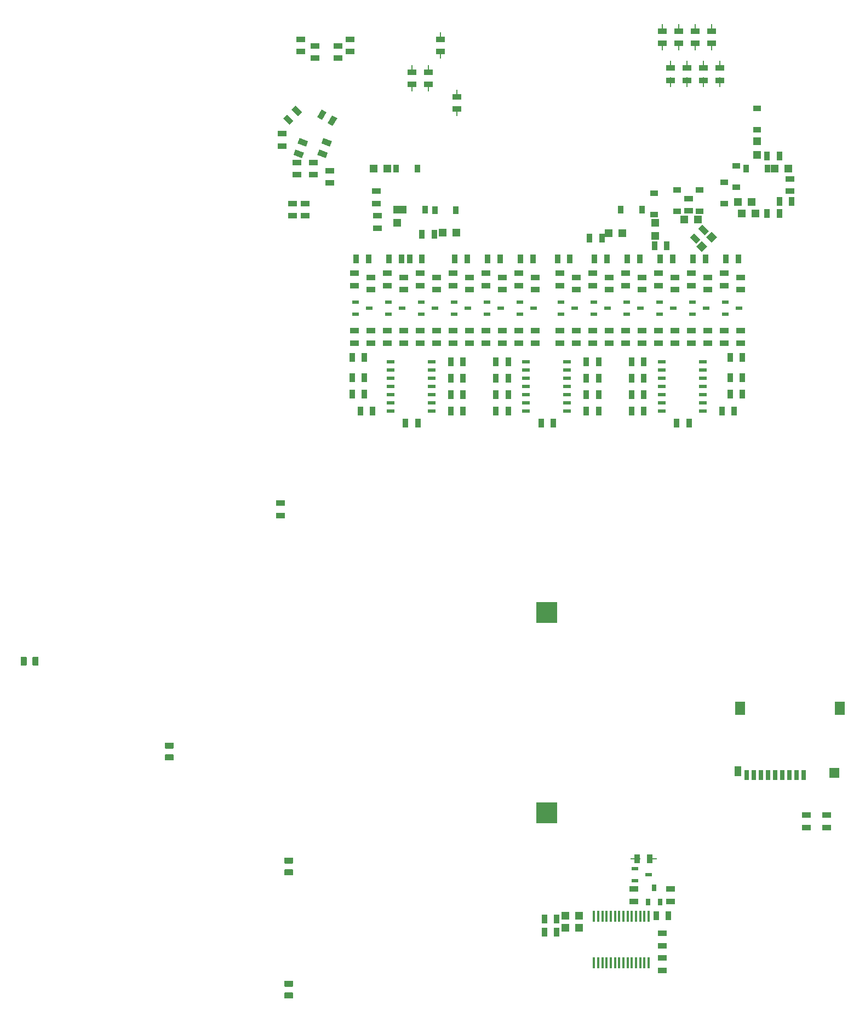
<source format=gbp>
G04 (created by PCBNEW (2013-07-07 BZR 4022)-stable) date 03/11/2014 14:59:00*
%MOIN*%
G04 Gerber Fmt 3.4, Leading zero omitted, Abs format*
%FSLAX34Y34*%
G01*
G70*
G90*
G04 APERTURE LIST*
%ADD10C,0.00393701*%
%ADD11R,0.055X0.035*%
%ADD12R,0.129528X0.129528*%
%ADD13R,0.0394X0.0236*%
%ADD14R,0.035X0.055*%
%ADD15R,0.045X0.02*%
%ADD16R,0.016X0.065*%
%ADD17R,0.03X0.06*%
%ADD18R,0.04X0.06*%
%ADD19R,0.06X0.08*%
%ADD20R,0.06X0.06*%
%ADD21R,0.045X0.025*%
%ADD22R,0.025X0.045*%
%ADD23R,0.0315X0.0394*%
%ADD24R,0.0472X0.0472*%
%ADD25R,0.06X0.008*%
%ADD26R,0.008X0.06*%
%ADD27R,0.038X0.05*%
%ADD28R,0.05X0.038*%
G04 APERTURE END LIST*
G54D10*
G54D11*
X68500Y-45875D03*
X68500Y-46625D03*
G54D12*
X84700Y-52537D03*
X84700Y-64730D03*
G54D11*
X69250Y-27625D03*
X69250Y-28375D03*
G54D10*
G36*
X69679Y-23639D02*
X70196Y-23827D01*
X70076Y-24156D01*
X69559Y-23968D01*
X69679Y-23639D01*
X69679Y-23639D01*
G37*
G36*
X69423Y-24343D02*
X69940Y-24531D01*
X69820Y-24860D01*
X69303Y-24672D01*
X69423Y-24343D01*
X69423Y-24343D01*
G37*
G36*
X69444Y-21666D02*
X69833Y-22055D01*
X69585Y-22303D01*
X69196Y-21914D01*
X69444Y-21666D01*
X69444Y-21666D01*
G37*
G36*
X68914Y-22196D02*
X69303Y-22585D01*
X69055Y-22833D01*
X68666Y-22444D01*
X68914Y-22196D01*
X68914Y-22196D01*
G37*
G36*
X70736Y-22363D02*
X71011Y-21886D01*
X71314Y-22061D01*
X71039Y-22538D01*
X70736Y-22363D01*
X70736Y-22363D01*
G37*
G36*
X71385Y-22738D02*
X71660Y-22261D01*
X71963Y-22436D01*
X71688Y-22913D01*
X71385Y-22738D01*
X71385Y-22738D01*
G37*
G36*
X71129Y-23639D02*
X71646Y-23827D01*
X71526Y-24156D01*
X71009Y-23968D01*
X71129Y-23639D01*
X71129Y-23639D01*
G37*
G36*
X70873Y-24343D02*
X71390Y-24531D01*
X71270Y-24860D01*
X70753Y-24672D01*
X70873Y-24343D01*
X70873Y-24343D01*
G37*
G54D11*
X69500Y-25125D03*
X69500Y-25875D03*
X68600Y-23375D03*
X68600Y-24125D03*
X71500Y-25625D03*
X71500Y-26375D03*
X70500Y-25125D03*
X70500Y-25875D03*
X70000Y-28375D03*
X70000Y-27625D03*
G54D13*
X91584Y-34382D03*
X92416Y-34007D03*
X91584Y-33632D03*
X77084Y-34382D03*
X77916Y-34007D03*
X77084Y-33632D03*
X79084Y-34382D03*
X79916Y-34007D03*
X79084Y-33632D03*
X93584Y-34382D03*
X94416Y-34007D03*
X93584Y-33632D03*
X89584Y-34382D03*
X90416Y-34007D03*
X89584Y-33632D03*
X95584Y-34382D03*
X96416Y-34007D03*
X95584Y-33632D03*
X85584Y-34382D03*
X86416Y-34007D03*
X85584Y-33632D03*
X87584Y-34382D03*
X88416Y-34007D03*
X87584Y-33632D03*
X81084Y-34382D03*
X81916Y-34007D03*
X81084Y-33632D03*
X83084Y-34382D03*
X83916Y-34007D03*
X83084Y-33632D03*
X75084Y-34382D03*
X75916Y-34007D03*
X75084Y-33632D03*
X73084Y-34382D03*
X73916Y-34007D03*
X73084Y-33632D03*
G54D14*
X92625Y-41007D03*
X93375Y-41007D03*
X76875Y-41007D03*
X76125Y-41007D03*
X84375Y-41007D03*
X85125Y-41007D03*
X96625Y-39250D03*
X95875Y-39250D03*
X95375Y-40257D03*
X96125Y-40257D03*
X95625Y-31007D03*
X96375Y-31007D03*
X96625Y-38250D03*
X95875Y-38250D03*
X95875Y-37000D03*
X96625Y-37000D03*
X93625Y-31007D03*
X94375Y-31007D03*
X89875Y-38257D03*
X90625Y-38257D03*
X90625Y-37257D03*
X89875Y-37257D03*
X91625Y-31007D03*
X92375Y-31007D03*
X89625Y-31007D03*
X90375Y-31007D03*
X90625Y-40257D03*
X89875Y-40257D03*
X89875Y-39257D03*
X90625Y-39257D03*
G54D11*
X96500Y-35382D03*
X96500Y-36132D03*
X95500Y-31882D03*
X95500Y-32632D03*
X93500Y-35382D03*
X93500Y-36132D03*
X95500Y-35382D03*
X95500Y-36132D03*
X94500Y-35382D03*
X94500Y-36132D03*
X93500Y-31882D03*
X93500Y-32632D03*
X92500Y-35382D03*
X92500Y-36132D03*
X91500Y-31882D03*
X91500Y-32632D03*
X90500Y-35382D03*
X90500Y-36132D03*
G54D14*
X87875Y-39257D03*
X87125Y-39257D03*
G54D11*
X86500Y-35382D03*
X86500Y-36132D03*
X88500Y-35382D03*
X88500Y-36132D03*
X94500Y-32132D03*
X94500Y-32882D03*
X96500Y-32132D03*
X96500Y-32882D03*
G54D14*
X87625Y-31007D03*
X88375Y-31007D03*
X87125Y-40257D03*
X87875Y-40257D03*
X79625Y-39257D03*
X78875Y-39257D03*
X78875Y-40257D03*
X79625Y-40257D03*
X79125Y-31007D03*
X79875Y-31007D03*
X77125Y-31000D03*
X76375Y-31000D03*
X78875Y-37257D03*
X79625Y-37257D03*
X79625Y-38257D03*
X78875Y-38257D03*
G54D11*
X80000Y-35382D03*
X80000Y-36132D03*
X79000Y-35382D03*
X79000Y-36132D03*
X79000Y-31882D03*
X79000Y-32632D03*
X78000Y-35382D03*
X78000Y-36132D03*
X77000Y-35382D03*
X77000Y-36132D03*
X77000Y-31882D03*
X77000Y-32632D03*
X91500Y-35382D03*
X91500Y-36132D03*
X89500Y-35382D03*
X89500Y-36132D03*
X87500Y-35382D03*
X87500Y-36132D03*
X85500Y-35382D03*
X85500Y-36132D03*
G54D14*
X85375Y-31007D03*
X86125Y-31007D03*
G54D11*
X81000Y-35382D03*
X81000Y-36132D03*
X83000Y-35382D03*
X83000Y-36132D03*
G54D14*
X82375Y-37257D03*
X81625Y-37257D03*
X81625Y-38257D03*
X82375Y-38257D03*
G54D11*
X81000Y-31882D03*
X81000Y-32632D03*
X82000Y-35382D03*
X82000Y-36132D03*
X83000Y-31882D03*
X83000Y-32632D03*
X84000Y-35382D03*
X84000Y-36132D03*
G54D14*
X81625Y-39257D03*
X82375Y-39257D03*
X82375Y-40257D03*
X81625Y-40257D03*
X81125Y-31007D03*
X81875Y-31007D03*
X83125Y-31007D03*
X83875Y-31007D03*
G54D11*
X92500Y-32132D03*
X92500Y-32882D03*
X90500Y-32132D03*
X90500Y-32882D03*
X78000Y-32132D03*
X78000Y-32882D03*
X80000Y-32132D03*
X80000Y-32882D03*
X82000Y-32132D03*
X82000Y-32882D03*
G54D14*
X87125Y-37257D03*
X87875Y-37257D03*
X87875Y-38257D03*
X87125Y-38257D03*
X72875Y-38250D03*
X73625Y-38250D03*
X73625Y-37000D03*
X72875Y-37000D03*
X75125Y-31007D03*
X75875Y-31007D03*
X73125Y-31007D03*
X73875Y-31007D03*
X74125Y-40257D03*
X73375Y-40257D03*
X72875Y-39250D03*
X73625Y-39250D03*
G54D11*
X76000Y-35382D03*
X76000Y-36132D03*
X75000Y-35382D03*
X75000Y-36132D03*
X75000Y-31882D03*
X75000Y-32632D03*
X74000Y-35382D03*
X74000Y-36132D03*
X73000Y-35382D03*
X73000Y-36132D03*
X73000Y-31882D03*
X73000Y-32632D03*
X74000Y-32132D03*
X74000Y-32882D03*
X76000Y-32132D03*
X76000Y-32882D03*
G54D15*
X91700Y-40257D03*
X91700Y-39757D03*
X91700Y-39257D03*
X91700Y-38757D03*
X91700Y-38257D03*
X91700Y-37757D03*
X91700Y-37257D03*
X94200Y-37257D03*
X94200Y-37757D03*
X94200Y-38757D03*
X94200Y-39257D03*
X94200Y-39757D03*
X94200Y-40257D03*
X94200Y-38257D03*
X83450Y-40257D03*
X83450Y-39757D03*
X83450Y-39257D03*
X83450Y-38757D03*
X83450Y-38257D03*
X83450Y-37757D03*
X83450Y-37257D03*
X85950Y-37257D03*
X85950Y-37757D03*
X85950Y-38757D03*
X85950Y-39257D03*
X85950Y-39757D03*
X85950Y-40257D03*
X85950Y-38257D03*
X75200Y-40257D03*
X75200Y-39757D03*
X75200Y-39257D03*
X75200Y-38757D03*
X75200Y-38257D03*
X75200Y-37757D03*
X75200Y-37257D03*
X77700Y-37257D03*
X77700Y-37757D03*
X77700Y-38757D03*
X77700Y-39257D03*
X77700Y-39757D03*
X77700Y-40257D03*
X77700Y-38257D03*
G54D11*
X91750Y-72075D03*
X91750Y-72825D03*
X91750Y-74325D03*
X91750Y-73575D03*
G54D16*
X89122Y-71033D03*
X89378Y-71033D03*
X89634Y-71033D03*
X89890Y-71033D03*
X88354Y-73867D03*
X88354Y-71033D03*
X88610Y-71033D03*
X88866Y-71033D03*
X90146Y-73867D03*
X89890Y-73867D03*
X89634Y-73867D03*
X89378Y-73867D03*
X89122Y-73867D03*
X88866Y-73867D03*
X90146Y-71033D03*
X88610Y-73867D03*
X88098Y-73867D03*
X87843Y-73867D03*
X87587Y-73867D03*
X87587Y-71033D03*
X87843Y-71033D03*
X88098Y-71033D03*
X90402Y-71033D03*
X90657Y-71033D03*
X90913Y-71033D03*
X90913Y-73867D03*
X90657Y-73867D03*
X90402Y-73867D03*
G54D17*
X100332Y-62450D03*
X99899Y-62450D03*
X99466Y-62450D03*
X99033Y-62450D03*
X98600Y-62450D03*
X98166Y-62450D03*
X97733Y-62450D03*
X97300Y-62450D03*
X96867Y-62450D03*
G54D18*
X96337Y-62213D03*
G54D19*
X96474Y-58366D03*
X102537Y-58366D03*
G54D20*
X102214Y-62295D03*
G54D11*
X89500Y-31875D03*
X89500Y-32625D03*
X87500Y-31875D03*
X87500Y-32625D03*
X85500Y-31875D03*
X85500Y-32625D03*
X88500Y-32125D03*
X88500Y-32875D03*
X86500Y-32125D03*
X86500Y-32875D03*
X84000Y-32125D03*
X84000Y-32875D03*
X70600Y-18025D03*
X70600Y-18775D03*
X72000Y-18025D03*
X72000Y-18775D03*
X101750Y-65625D03*
X101750Y-64875D03*
X100500Y-65625D03*
X100500Y-64875D03*
X69000Y-75875D03*
X69000Y-75125D03*
G54D21*
X69000Y-75800D03*
X69000Y-75200D03*
G54D11*
X69000Y-68375D03*
X69000Y-67625D03*
G54D21*
X69000Y-68300D03*
X69000Y-67700D03*
G54D11*
X61750Y-61375D03*
X61750Y-60625D03*
G54D21*
X61750Y-61300D03*
X61750Y-60700D03*
G54D14*
X52875Y-55500D03*
X53625Y-55500D03*
G54D22*
X52950Y-55500D03*
X53550Y-55500D03*
G54D23*
X91250Y-69317D03*
X90875Y-70183D03*
X91625Y-70183D03*
G54D13*
X90084Y-68875D03*
X90916Y-68500D03*
X90084Y-68125D03*
G54D14*
X84575Y-71200D03*
X85325Y-71200D03*
X84575Y-72000D03*
X85325Y-72000D03*
G54D11*
X90000Y-69375D03*
X90000Y-70125D03*
G54D14*
X92125Y-71000D03*
X91375Y-71000D03*
G54D11*
X92250Y-70125D03*
X92250Y-69375D03*
G54D24*
X85837Y-71000D03*
X86663Y-71000D03*
X85837Y-71750D03*
X86663Y-71750D03*
G54D25*
X90100Y-67550D03*
G54D14*
X90975Y-67550D03*
X90225Y-67550D03*
G54D25*
X91100Y-67550D03*
G54D11*
X69750Y-17625D03*
X69750Y-18375D03*
X72750Y-17625D03*
X72750Y-18375D03*
G54D26*
X94250Y-19250D03*
G54D11*
X94250Y-20125D03*
X94250Y-19375D03*
G54D26*
X94250Y-20250D03*
X93750Y-17000D03*
G54D11*
X93750Y-17875D03*
X93750Y-17125D03*
G54D26*
X93750Y-18000D03*
X92750Y-17000D03*
G54D11*
X92750Y-17875D03*
X92750Y-17125D03*
G54D26*
X92750Y-18000D03*
X93250Y-19250D03*
G54D11*
X93250Y-20125D03*
X93250Y-19375D03*
G54D26*
X93250Y-20250D03*
X95250Y-19250D03*
G54D11*
X95250Y-20125D03*
X95250Y-19375D03*
G54D26*
X95250Y-20250D03*
X94750Y-17000D03*
G54D11*
X94750Y-17875D03*
X94750Y-17125D03*
G54D26*
X94750Y-18000D03*
X76500Y-19500D03*
G54D11*
X76500Y-20375D03*
X76500Y-19625D03*
G54D26*
X76500Y-20500D03*
X77500Y-19500D03*
G54D11*
X77500Y-20375D03*
X77500Y-19625D03*
G54D26*
X77500Y-20500D03*
X78250Y-17500D03*
G54D11*
X78250Y-18375D03*
X78250Y-17625D03*
G54D26*
X78250Y-18500D03*
X79250Y-21000D03*
G54D11*
X79250Y-21875D03*
X79250Y-21125D03*
G54D26*
X79250Y-22000D03*
X91750Y-17000D03*
G54D11*
X91750Y-17875D03*
X91750Y-17125D03*
G54D26*
X91750Y-18000D03*
X92250Y-19250D03*
G54D11*
X92250Y-20125D03*
X92250Y-19375D03*
G54D26*
X92250Y-20250D03*
G54D27*
X79190Y-28040D03*
X77900Y-28040D03*
G54D28*
X97510Y-23140D03*
X97510Y-21850D03*
G54D27*
X75560Y-25510D03*
X76850Y-25510D03*
X98140Y-25490D03*
X96850Y-25490D03*
X76010Y-28010D03*
X77300Y-28010D03*
G54D28*
X94010Y-28090D03*
X94010Y-26800D03*
X95510Y-27640D03*
X95510Y-26350D03*
G54D27*
X89210Y-28010D03*
X90500Y-28010D03*
G54D28*
X92660Y-28090D03*
X92660Y-26800D03*
X96260Y-26640D03*
X96260Y-25350D03*
X91260Y-28290D03*
X91260Y-27000D03*
G54D10*
G36*
X93805Y-30083D02*
X93416Y-29694D01*
X93664Y-29446D01*
X94053Y-29835D01*
X93805Y-30083D01*
X93805Y-30083D01*
G37*
G36*
X94335Y-29553D02*
X93946Y-29164D01*
X94194Y-28916D01*
X94583Y-29305D01*
X94335Y-29553D01*
X94335Y-29553D01*
G37*
G54D14*
X98125Y-24750D03*
X98875Y-24750D03*
G54D11*
X93350Y-28075D03*
X93350Y-27325D03*
G54D14*
X98875Y-27500D03*
X99625Y-27500D03*
X98125Y-28250D03*
X98875Y-28250D03*
G54D11*
X99500Y-26125D03*
X99500Y-26875D03*
G54D14*
X92025Y-30200D03*
X91275Y-30200D03*
X88075Y-29750D03*
X87325Y-29750D03*
G54D11*
X74400Y-29125D03*
X74400Y-28375D03*
X74350Y-26875D03*
X74350Y-27625D03*
G54D14*
X77875Y-29500D03*
X77125Y-29500D03*
G54D10*
G36*
X94157Y-30575D02*
X93824Y-30242D01*
X94157Y-29908D01*
X94491Y-30242D01*
X94157Y-30575D01*
X94157Y-30575D01*
G37*
G36*
X94742Y-29991D02*
X94408Y-29657D01*
X94742Y-29324D01*
X95075Y-29657D01*
X94742Y-29991D01*
X94742Y-29991D01*
G37*
G54D24*
X93913Y-28600D03*
X93087Y-28600D03*
X91300Y-29613D03*
X91300Y-28787D03*
X97163Y-27550D03*
X96337Y-27550D03*
X88487Y-29450D03*
X89313Y-29450D03*
X97413Y-28250D03*
X96587Y-28250D03*
X75600Y-28813D03*
X75600Y-27987D03*
X99413Y-25500D03*
X98587Y-25500D03*
X74187Y-25500D03*
X75013Y-25500D03*
X97500Y-24663D03*
X97500Y-23837D03*
X78387Y-29400D03*
X79213Y-29400D03*
M02*

</source>
